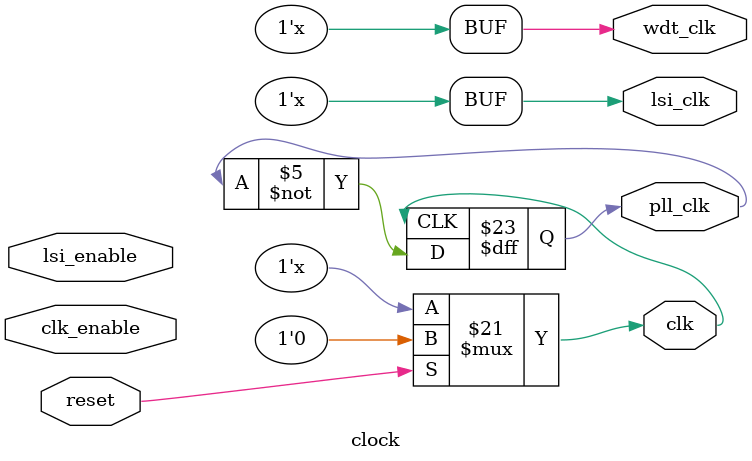
<source format=v>
/*
SYS CLOCK
*/

module clock (
    input wire reset,
    input wire clk_enable,
    input wire lsi_enable,
    output reg clk,
    output reg pll_clk,
    output reg lsi_clk,
    output reg wdt_clk
);

    initial begin
        clk = 0; 
        pll_clk = 0;
        lsi_clk = 0;
        wdt_clk = 0;
    end

	// main clock (operational main clock for all services)
    always begin
        #5

        if (!reset) begin
            if (clk_enable) begin
                clk = ~clk;
            end
			else begin
                clk = clk;
            end
        end
		else begin
            clk = 0;
        end
    end

    // phased-lock loop output generation (frequency multiplier)
    always @(posedge clk) begin
        pll_clk <= ~pll_clk;
    end

    // low-speed internal oscillator (low-power clock source for sleep mode)
    always begin
        #50
        if (lsi_enable) begin
            lsi_clk <= ~lsi_clk;
        end else begin
            lsi_clk <= lsi_clk;
        end
    end

    // watchdog timer clock (clock to detect system hangs)
    always begin
        #100
        wdt_clk <= ~wdt_clk; 
    end
endmodule
</source>
